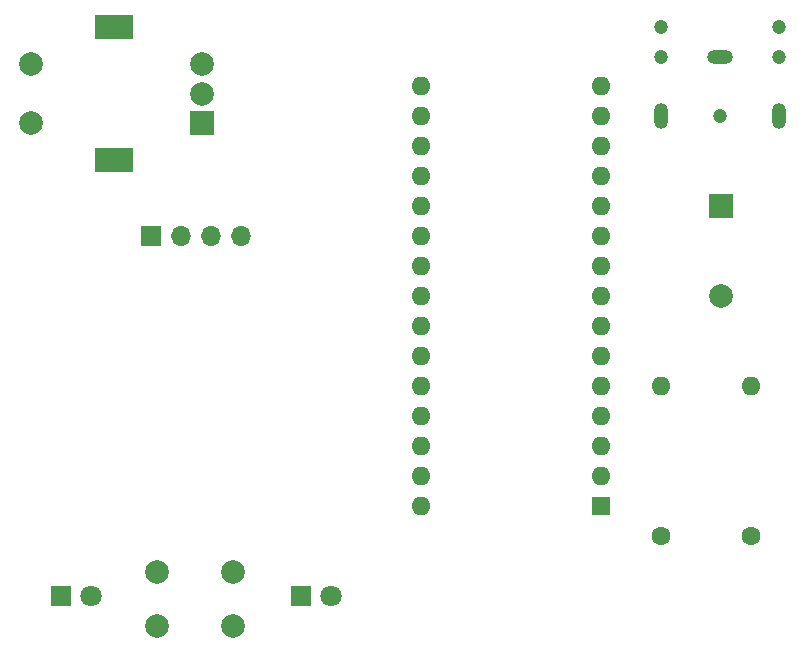
<source format=gbr>
%TF.GenerationSoftware,KiCad,Pcbnew,7.0.9*%
%TF.CreationDate,2025-04-10T13:05:33+02:00*%
%TF.ProjectId,CW,43572e6b-6963-4616-945f-706362585858,rev?*%
%TF.SameCoordinates,Original*%
%TF.FileFunction,Soldermask,Bot*%
%TF.FilePolarity,Negative*%
%FSLAX46Y46*%
G04 Gerber Fmt 4.6, Leading zero omitted, Abs format (unit mm)*
G04 Created by KiCad (PCBNEW 7.0.9) date 2025-04-10 13:05:33*
%MOMM*%
%LPD*%
G01*
G04 APERTURE LIST*
%ADD10C,2.000000*%
%ADD11R,2.000000X2.000000*%
%ADD12R,1.600000X1.600000*%
%ADD13O,1.600000X1.600000*%
%ADD14C,1.600000*%
%ADD15C,1.200000*%
%ADD16O,1.200000X2.200000*%
%ADD17O,2.200000X1.200000*%
%ADD18R,1.800000X1.800000*%
%ADD19C,1.800000*%
%ADD20R,1.700000X1.700000*%
%ADD21O,1.700000X1.700000*%
%ADD22R,3.200000X2.000000*%
G04 APERTURE END LIST*
D10*
%TO.C,SW1*%
X124691000Y-118690000D03*
X131191000Y-118690000D03*
X124691000Y-123190000D03*
X131191000Y-123190000D03*
%TD*%
D11*
%TO.C,BZ1*%
X172466000Y-87650000D03*
D10*
X172466000Y-95250000D03*
%TD*%
D12*
%TO.C,A1*%
X162306000Y-113030000D03*
D13*
X162306000Y-110490000D03*
X162306000Y-107950000D03*
X162306000Y-105410000D03*
X162306000Y-102870000D03*
X162306000Y-100330000D03*
X162306000Y-97790000D03*
X162306000Y-95250000D03*
X162306000Y-92710000D03*
X162306000Y-90170000D03*
X162306000Y-87630000D03*
X162306000Y-85090000D03*
X162306000Y-82550000D03*
X162306000Y-80010000D03*
X162306000Y-77470000D03*
X147066000Y-77470000D03*
X147066000Y-80010000D03*
X147066000Y-82550000D03*
X147066000Y-85090000D03*
X147066000Y-87630000D03*
X147066000Y-90170000D03*
X147066000Y-92710000D03*
X147066000Y-95250000D03*
X147066000Y-97790000D03*
X147066000Y-100330000D03*
X147066000Y-102870000D03*
X147066000Y-105410000D03*
X147066000Y-107950000D03*
X147066000Y-110490000D03*
X147066000Y-113030000D03*
%TD*%
D14*
%TO.C,R2*%
X175006000Y-115570000D03*
D13*
X175006000Y-102870000D03*
%TD*%
D15*
%TO.C,J2*%
X177386000Y-75010000D03*
X177386000Y-72510000D03*
X172386000Y-80010000D03*
X167386000Y-75010000D03*
X167386000Y-72510000D03*
D16*
X177386000Y-80010000D03*
D17*
X172386000Y-75010000D03*
D16*
X167386000Y-80010000D03*
%TD*%
D14*
%TO.C,R1*%
X167386000Y-115570000D03*
D13*
X167386000Y-102870000D03*
%TD*%
D18*
%TO.C,D1*%
X116586000Y-120650000D03*
D19*
X119126000Y-120650000D03*
%TD*%
D20*
%TO.C,J1*%
X124206000Y-90170000D03*
D21*
X126746000Y-90170000D03*
X129286000Y-90170000D03*
X131826000Y-90170000D03*
%TD*%
D11*
%TO.C,J3*%
X128546000Y-80645000D03*
D10*
X128546000Y-75645000D03*
X128546000Y-78145000D03*
D22*
X121046000Y-83745000D03*
X121046000Y-72545000D03*
D10*
X114046000Y-75645000D03*
X114046000Y-80645000D03*
%TD*%
D18*
%TO.C,D2*%
X136906000Y-120650000D03*
D19*
X139446000Y-120650000D03*
%TD*%
M02*

</source>
